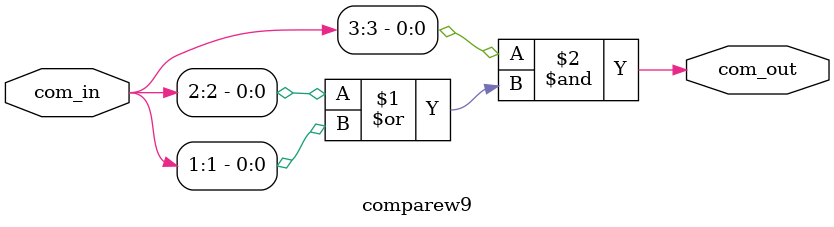
<source format=v>
module comparew9(com_in, com_out);
	input 	[3:0]com_in;
	output	com_out;
	assign 	com_out = com_in[3]&(com_in[2]|com_in[1]);
endmodule
</source>
